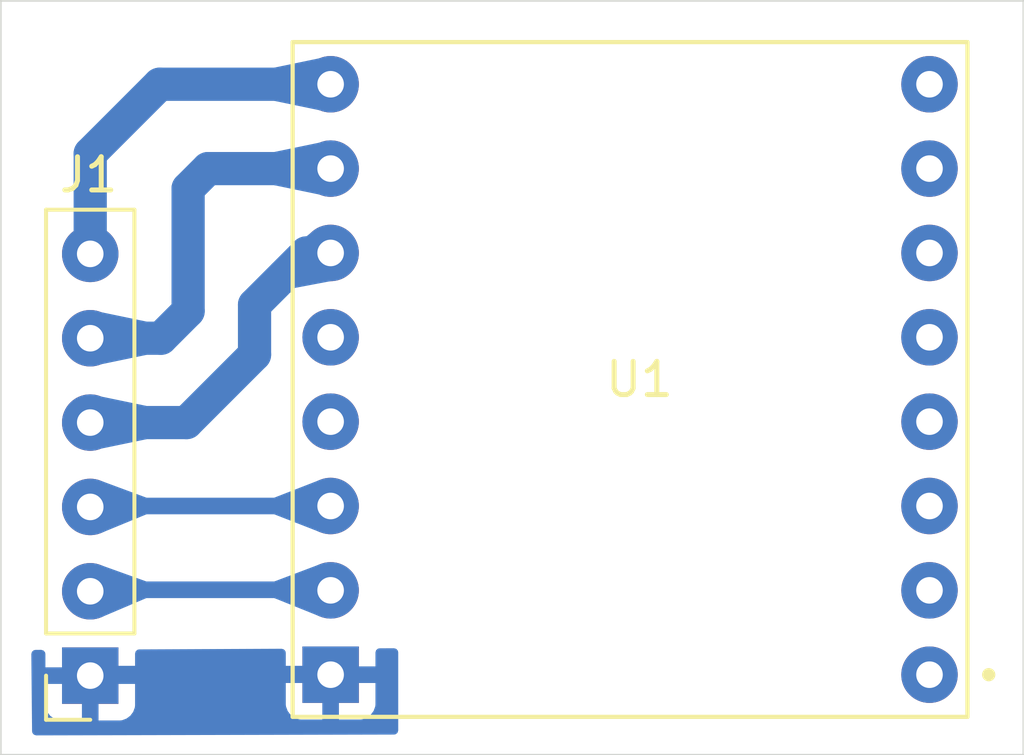
<source format=kicad_pcb>
(kicad_pcb (version 20240108) (generator "pcbnew") (generator_version "8.0")
  (layers (0 "F.Cu" signal) (31 "B.Cu" signal) (34 "B.Paste" user) (35 "F.Paste" user) (36 "B.SilkS" user "B.Silkscreen") (37 "F.SilkS" user "F.Silkscreen") (38 "B.Mask" user) (39 "F.Mask" user) (44 "Edge.Cuts" user))
  (net 0 "")
  (net 1 "Net-(J1-Pin_5)")
  (net 2 "Net-(J1-Pin_6)")
  (net 3 "Net-(J1-Pin_4)")
  (net 4 "Net-(J1-Pin_1)")
  (net 5 "Net-(J1-Pin_3)")
  (net 6 "Net-(J1-Pin_2)")
  (footprint "Connector_PinSocket_2.54mm:PinSocket_1x06_P2.54mm_Vertical" (layer "F.Cu") (at 162.051998 74.168 180)
    (property "Reference" "J1" (at 0.05 15.08 0) (layer "F.SilkS"))
    (property "Value" "Conn_01x06_Socket" (hide yes))
    (fp_line (start 1.33 1.27) (end 1.33 14.03) (stroke (width 0.12)) (layer "F.SilkS"))
    (fp_line (start 1.33 -1.33) (end 1.33 0) (stroke (width 0.12)) (layer "F.SilkS"))
    (fp_line (start 0 -1.33) (end 1.33 -1.33) (stroke (width 0.12)) (layer "F.SilkS"))
    (fp_line (start -1.33 14.03) (end 1.33 14.03) (stroke (width 0.12)) (layer "F.SilkS"))
    (fp_line (start -1.33 1.27) (end 1.33 1.27) (stroke (width 0.12)) (layer "F.SilkS"))
    (fp_line (start -1.33 1.27) (end -1.33 14.03) (stroke (width 0.12)) (layer "F.SilkS"))
    (pad "1" thru_hole rect (at 0 0 180) (size 1.7 1.7) (drill 0.8) (layers "*.Cu" "*.Mask") (net 4 "Net-(J1-Pin_1)"))
    (pad "2" thru_hole oval (at 0 2.54 180) (size 1.7 1.7) (drill 0.8) (layers "*.Cu" "*.Mask") (net 6 "Net-(J1-Pin_2)"))
    (pad "3" thru_hole oval (at 0 5.08 180) (size 1.7 1.7) (drill 0.8) (layers "*.Cu" "*.Mask") (net 5 "Net-(J1-Pin_3)"))
    (pad "4" thru_hole oval (at 0 7.62 180) (size 1.7 1.7) (drill 0.8) (layers "*.Cu" "*.Mask") (net 3 "Net-(J1-Pin_4)"))
    (pad "5" thru_hole oval (at 0 10.16 180) (size 1.7 1.7) (drill 0.8) (layers "*.Cu" "*.Mask") (net 1 "Net-(J1-Pin_5)"))
    (pad "6" thru_hole oval (at 0 12.7 180) (size 1.7 1.7) (drill 0.8) (layers "*.Cu" "*.Mask") (net 2 "Net-(J1-Pin_6)"))
  )
  (footprint "DFR0299:DFR0299" (layer "F.Cu") (at 178.307998 65.25 180)
    (property "Reference" "U1" (at -0.2825 0 0) (layer "F.SilkS"))
    (property "Value" "DFR0299" (hide yes))
    (fp_line (start 10.16 10.16) (end -10.16 10.16) (stroke (width 0.127)) (layer "F.SilkS"))
    (fp_line (start 10.16 -10.16) (end 10.16 10.16) (stroke (width 0.127)) (layer "F.SilkS"))
    (fp_line (start -10.16 10.16) (end -10.16 -10.16) (stroke (width 0.127)) (layer "F.SilkS"))
    (fp_line (start -10.16 -10.16) (end 10.16 -10.16) (stroke (width 0.127)) (layer "F.SilkS"))
    (fp_circle (center -10.8 -8.89) (end -10.7 -8.89) (stroke (width 0.2)) (fill none) (layer "F.SilkS"))
    (pad "1" thru_hole rect (at 9.017 -8.89 180) (size 1.7 1.7) (drill 0.8) (layers "*.Cu" "*.Mask") (net 4 "Net-(J1-Pin_1)"))
    (pad "2" thru_hole circle (at 9.017 -6.35 180) (size 1.7 1.7) (drill 0.8) (layers "*.Cu" "*.Mask") (net 6 "Net-(J1-Pin_2)"))
    (pad "3" thru_hole circle (at 9.017 -3.81 180) (size 1.7 1.7) (drill 0.8) (layers "*.Cu" "*.Mask") (net 5 "Net-(J1-Pin_3)"))
    (pad "4" thru_hole circle (at 9.017 -1.27 180) (size 1.7 1.7) (drill 0.8) (layers "*.Cu" "*.Mask"))
    (pad "5" thru_hole circle (at 9.017 1.27 180) (size 1.7 1.7) (drill 0.8) (layers "*.Cu" "*.Mask"))
    (pad "6" thru_hole circle (at 9.017 3.81 180) (size 1.7 1.7) (drill 0.8) (layers "*.Cu" "*.Mask") (net 3 "Net-(J1-Pin_4)"))
    (pad "7" thru_hole circle (at 9.017 6.35 180) (size 1.7 1.7) (drill 0.8) (layers "*.Cu" "*.Mask") (net 1 "Net-(J1-Pin_5)"))
    (pad "8" thru_hole circle (at 9.017 8.89 180) (size 1.7 1.7) (drill 0.8) (layers "*.Cu" "*.Mask") (net 2 "Net-(J1-Pin_6)"))
    (pad "9" thru_hole circle (at -9.017 8.89 180) (size 1.7 1.7) (drill 0.8) (layers "*.Cu" "*.Mask"))
    (pad "10" thru_hole circle (at -9.017 6.35 180) (size 1.7 1.7) (drill 0.8) (layers "*.Cu" "*.Mask"))
    (pad "11" thru_hole circle (at -9.017 3.81 180) (size 1.7 1.7) (drill 0.8) (layers "*.Cu" "*.Mask"))
    (pad "12" thru_hole circle (at -9.017 1.27 180) (size 1.7 1.7) (drill 0.8) (layers "*.Cu" "*.Mask"))
    (pad "13" thru_hole circle (at -9.017 -1.27 180) (size 1.7 1.7) (drill 0.8) (layers "*.Cu" "*.Mask"))
    (pad "14" thru_hole circle (at -9.017 -3.81 180) (size 1.7 1.7) (drill 0.8) (layers "*.Cu" "*.Mask"))
    (pad "15" thru_hole circle (at -9.017 -6.35 180) (size 1.7 1.7) (drill 0.8) (layers "*.Cu" "*.Mask"))
    (pad "16" thru_hole circle (at -9.017 -8.89 180) (size 1.7 1.7) (drill 0.8) (layers "*.Cu" "*.Mask"))
  )
  (gr_rect (start 159.359998 53.848) (end 190.149998 76.55) (stroke (width 0.05)) (fill none) (layer "Edge.Cuts"))
  (segment (start 165 63.190998) (end 165 59.5) (width 1) (layer "B.Cu") (net 1))
  (segment (start 164.182998 64.008) (end 165 63.190998) (width 1) (layer "B.Cu") (net 1))
  (segment (start 165 59.5) (end 165.6 58.9) (width 1) (layer "B.Cu") (net 1))
  (segment (start 162.051998 64.008) (end 164.182998 64.008) (width 1) (layer "B.Cu") (net 1))
  (segment (start 165.6 58.9) (end 169.290998 58.9) (width 1) (layer "B.Cu") (net 1))
  (segment (start 162.051998 61.468) (end 162.051998 58.448002) (width 1) (layer "B.Cu") (net 2))
  (segment (start 162.051998 58.448002) (end 164.14 56.36) (width 1) (layer "B.Cu") (net 2))
  (segment (start 164.14 56.36) (end 169.290998 56.36) (width 1) (layer "B.Cu") (net 2))
  (segment (start 164.952 66.548) (end 167 64.5) (width 1) (layer "B.Cu") (net 3))
  (segment (start 167 63) (end 168.56 61.44) (width 1) (layer "B.Cu") (net 3))
  (segment (start 168.56 61.44) (end 169.290998 61.44) (width 1) (layer "B.Cu") (net 3))
  (segment (start 167 64.5) (end 167 63) (width 1) (layer "B.Cu") (net 3))
  (segment (start 162.051998 66.548) (end 164.952 66.548) (width 1) (layer "B.Cu") (net 3))
  (segment (start 161.426998 74.123) (end 168.769998 74.123) (width 0.5) (layer "B.Cu") (net 4))
  (segment (start 162.079998 69.06) (end 168.752998 69.06) (width 0.5) (layer "B.Cu") (net 5))
  (segment (start 162.051998 69.088) (end 162.079998 69.06) (width 1) (layer "B.Cu") (net 5))
  (segment (start 162.096998 71.583) (end 169.273998 71.583) (width 0.5) (layer "B.Cu") (net 6))
  (segment (start 162.051998 71.628) (end 162.096998 71.583) (width 0.5) (layer "B.Cu") (net 6))
  (segment (start 169.273998 71.583) (end 169.290998 71.6) (width 0.5) (layer "B.Cu") (net 6))
  (zone (net 4) (net_name "Net-(J1-Pin_1)") (layer "B.Cu") (connect_pads thru_hole_only (clearance 0.5)) (min_thickness 0.25) (fill yes (thermal_gap 0.5) (thermal_bridge_width 0.5) (island_removal_mode 1) (island_area_min 10))
    (polygon (pts (xy 160.276998 73.393) (xy 160.301998 75.968) (xy 171.326998 75.943) (xy 171.326998 73.343)))
  )
)
</source>
